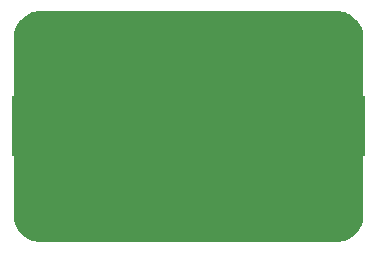
<source format=gbr>
%TF.GenerationSoftware,KiCad,Pcbnew,6.0.1-79c1e3a40b~116~ubuntu20.04.1*%
%TF.CreationDate,2022-01-29T00:58:04+01:00*%
%TF.ProjectId,filter,66696c74-6572-42e6-9b69-6361645f7063,rev?*%
%TF.SameCoordinates,Original*%
%TF.FileFunction,Copper,L2,Bot*%
%TF.FilePolarity,Positive*%
%FSLAX46Y46*%
G04 Gerber Fmt 4.6, Leading zero omitted, Abs format (unit mm)*
G04 Created by KiCad (PCBNEW 6.0.1-79c1e3a40b~116~ubuntu20.04.1) date 2022-01-29 00:58:04*
%MOMM*%
%LPD*%
G01*
G04 APERTURE LIST*
%TA.AperFunction,ComponentPad*%
%ADD10C,3.400000*%
%TD*%
%TA.AperFunction,ComponentPad*%
%ADD11C,0.800000*%
%TD*%
%TA.AperFunction,SMDPad,CuDef*%
%ADD12R,3.000000X5.200000*%
%TD*%
%TA.AperFunction,ViaPad*%
%ADD13C,0.800000*%
%TD*%
G04 APERTURE END LIST*
D10*
%TO.P,H8,1,1*%
%TO.N,GND*%
X125000000Y-70000000D03*
%TD*%
%TO.P,H7,1,1*%
%TO.N,GND*%
X125000000Y-55000000D03*
%TD*%
D11*
%TO.P,J2,2,Pin_2*%
%TO.N,GND*%
X109500000Y-61000000D03*
X108500000Y-60900000D03*
X108000000Y-63500000D03*
X110000000Y-63500000D03*
X108000000Y-61500000D03*
D12*
X109000000Y-62500000D03*
D11*
X109500000Y-64000000D03*
X108500000Y-64000000D03*
X109000000Y-63500000D03*
X110000000Y-61500000D03*
X109000000Y-61500000D03*
%TD*%
%TO.P,J1,2,Pin_2*%
%TO.N,GND*%
X135500000Y-64000000D03*
X136500000Y-64100000D03*
X137000000Y-61500000D03*
X135000000Y-61500000D03*
X137000000Y-63500000D03*
D12*
X136000000Y-62500000D03*
D11*
X135500000Y-61000000D03*
X136500000Y-61000000D03*
X136000000Y-61500000D03*
X135000000Y-63500000D03*
X136000000Y-63500000D03*
%TD*%
D10*
%TO.P,H6,1,1*%
%TO.N,GND*%
X120000000Y-70000000D03*
%TD*%
%TO.P,H5,1,1*%
%TO.N,GND*%
X110000000Y-55000000D03*
%TD*%
%TO.P,H4,1,1*%
%TO.N,GND*%
X135000000Y-55000000D03*
%TD*%
%TO.P,H3,1,1*%
%TO.N,GND*%
X120000000Y-55000000D03*
%TD*%
%TO.P,H2,1,1*%
%TO.N,GND*%
X135000000Y-70000000D03*
%TD*%
%TO.P,H1,1,1*%
%TO.N,GND*%
X110000000Y-70000000D03*
%TD*%
D13*
%TO.N,GND*%
X135000000Y-67500000D03*
X132500000Y-70000000D03*
X127500000Y-70000000D03*
X130000000Y-67500000D03*
X132500000Y-67500000D03*
X132500000Y-65000000D03*
X127500000Y-65000000D03*
X127500000Y-67500000D03*
X125000000Y-67500000D03*
X120000000Y-67500000D03*
X112500000Y-70000000D03*
X117500000Y-70000000D03*
X115000000Y-67500000D03*
X110000000Y-67500000D03*
X112500000Y-67500000D03*
X112500000Y-65000000D03*
X117500000Y-65000000D03*
X117500000Y-60000000D03*
X112500000Y-60000000D03*
X110000000Y-57500000D03*
X112500000Y-57500000D03*
X112500000Y-55000000D03*
X117500000Y-55000000D03*
X117500000Y-57500000D03*
X115000000Y-57500000D03*
X120000000Y-57500000D03*
X125000000Y-57500000D03*
X135000000Y-57500000D03*
X127500000Y-55000000D03*
X132500000Y-55000000D03*
X127500000Y-57500000D03*
X127500000Y-60000000D03*
X132500000Y-60000000D03*
X132500000Y-57500000D03*
X130000000Y-57500000D03*
X110000000Y-65000000D03*
X115000000Y-65000000D03*
X130000000Y-70000000D03*
X130000000Y-65000000D03*
X135000000Y-65000000D03*
X135000000Y-60000000D03*
X130000000Y-55000000D03*
X130000000Y-60000000D03*
X125000000Y-60000000D03*
X120000000Y-60000000D03*
X110000000Y-60000000D03*
X115000000Y-60000000D03*
X115000000Y-55000000D03*
X123500000Y-57000000D03*
X123500000Y-58000000D03*
X123500000Y-59000000D03*
X121500000Y-57000000D03*
X121500000Y-58000000D03*
X121500000Y-59000000D03*
X121500000Y-60000000D03*
X123500000Y-60000000D03*
X123500000Y-68000000D03*
X123500000Y-67000000D03*
X121500000Y-68000000D03*
X121500000Y-67000000D03*
X122500000Y-71000000D03*
X122500000Y-70000000D03*
X122500000Y-69000000D03*
X122500000Y-68000000D03*
X122500000Y-67000000D03*
X122500000Y-54000000D03*
X122500000Y-55000000D03*
X122500000Y-56000000D03*
X122500000Y-57000000D03*
X122500000Y-58000000D03*
X122500000Y-59000000D03*
X122500000Y-60000000D03*
X125500000Y-66000000D03*
X124500000Y-66000000D03*
X123500000Y-66000000D03*
X122500000Y-66000000D03*
X121500000Y-66000000D03*
X120500000Y-66000000D03*
X119500000Y-66000000D03*
X119500000Y-65000000D03*
X125500000Y-65000000D03*
X122500000Y-63000000D03*
X122500000Y-62000000D03*
X134500000Y-61000000D03*
X133500000Y-61000000D03*
X132500000Y-61000000D03*
X131500000Y-61000000D03*
X130500000Y-61000000D03*
X129500000Y-61000000D03*
X128500000Y-61000000D03*
X127500000Y-61000000D03*
X126500000Y-61000000D03*
X125500000Y-61000000D03*
X124500000Y-61000000D03*
X123500000Y-61000000D03*
X122500000Y-61000000D03*
X121500000Y-61000000D03*
X120500000Y-61000000D03*
X119500000Y-61000000D03*
X118500000Y-61000000D03*
X117500000Y-61000000D03*
X116500000Y-61000000D03*
X115500000Y-61000000D03*
X125500000Y-64000000D03*
X126500000Y-64000000D03*
X127500000Y-64000000D03*
X128500000Y-64000000D03*
X129500000Y-64000000D03*
X130500000Y-64000000D03*
X131500000Y-64000000D03*
X132500000Y-64000000D03*
X133500000Y-64000000D03*
X134500000Y-64000000D03*
X119500000Y-64000000D03*
X118500000Y-64000000D03*
X117500000Y-64000000D03*
X116500000Y-64000000D03*
X115500000Y-64000000D03*
X114500000Y-64000000D03*
X113500000Y-64000000D03*
X112500000Y-64000000D03*
X111500000Y-64000000D03*
X110500000Y-64000000D03*
X114500000Y-61000000D03*
X113500000Y-61000000D03*
X112500000Y-61000000D03*
X111500000Y-61000000D03*
X110500000Y-61000000D03*
%TD*%
%TA.AperFunction,Conductor*%
%TO.N,GND*%
G36*
X134988227Y-52702518D02*
G01*
X134999642Y-52705143D01*
X135010517Y-52702682D01*
X135021663Y-52702702D01*
X135021663Y-52702737D01*
X135031724Y-52701919D01*
X135271264Y-52716409D01*
X135283116Y-52717848D01*
X135544542Y-52765756D01*
X135556135Y-52768613D01*
X135761078Y-52832476D01*
X135809872Y-52847681D01*
X135821050Y-52851920D01*
X136063406Y-52960995D01*
X136073991Y-52966551D01*
X136301422Y-53104038D01*
X136311261Y-53110829D01*
X136520463Y-53274728D01*
X136529412Y-53282655D01*
X136717345Y-53470588D01*
X136725272Y-53479537D01*
X136889171Y-53688739D01*
X136895962Y-53698578D01*
X137033449Y-53926009D01*
X137039005Y-53936594D01*
X137148080Y-54178950D01*
X137152319Y-54190128D01*
X137231385Y-54443857D01*
X137234244Y-54455458D01*
X137282152Y-54716884D01*
X137283591Y-54728734D01*
X137283592Y-54728743D01*
X137298050Y-54967755D01*
X137297230Y-54977627D01*
X137297375Y-54977627D01*
X137297355Y-54988778D01*
X137294857Y-54999642D01*
X137297317Y-55010514D01*
X137297317Y-55010516D01*
X137297559Y-55011583D01*
X137300000Y-55033432D01*
X137300000Y-69966040D01*
X137297482Y-69988227D01*
X137294857Y-69999642D01*
X137297318Y-70010517D01*
X137297298Y-70021663D01*
X137297263Y-70021663D01*
X137298081Y-70031726D01*
X137283592Y-70271257D01*
X137282152Y-70283116D01*
X137278549Y-70302780D01*
X137234246Y-70544535D01*
X137231385Y-70556143D01*
X137152319Y-70809872D01*
X137148080Y-70821050D01*
X137039005Y-71063406D01*
X137033449Y-71073991D01*
X136895962Y-71301422D01*
X136889171Y-71311261D01*
X136725272Y-71520463D01*
X136717345Y-71529412D01*
X136529412Y-71717345D01*
X136520463Y-71725272D01*
X136311261Y-71889171D01*
X136301422Y-71895962D01*
X136073991Y-72033449D01*
X136063406Y-72039005D01*
X135821050Y-72148080D01*
X135809872Y-72152319D01*
X135556135Y-72231387D01*
X135544542Y-72234244D01*
X135283116Y-72282152D01*
X135271266Y-72283591D01*
X135032243Y-72298050D01*
X135022373Y-72297230D01*
X135022373Y-72297375D01*
X135011222Y-72297355D01*
X135000358Y-72294857D01*
X134989486Y-72297317D01*
X134989484Y-72297317D01*
X134988417Y-72297559D01*
X134966568Y-72300000D01*
X110033960Y-72300000D01*
X110011773Y-72297482D01*
X110000358Y-72294857D01*
X109989483Y-72297318D01*
X109978337Y-72297298D01*
X109978337Y-72297263D01*
X109968276Y-72298081D01*
X109728736Y-72283591D01*
X109716884Y-72282152D01*
X109455458Y-72234244D01*
X109443865Y-72231387D01*
X109190128Y-72152319D01*
X109178950Y-72148080D01*
X108936594Y-72039005D01*
X108926009Y-72033449D01*
X108698578Y-71895962D01*
X108688739Y-71889171D01*
X108479537Y-71725272D01*
X108470588Y-71717345D01*
X108282655Y-71529412D01*
X108274728Y-71520463D01*
X108110829Y-71311261D01*
X108104038Y-71301422D01*
X107966551Y-71073991D01*
X107960995Y-71063406D01*
X107851920Y-70821050D01*
X107847681Y-70809872D01*
X107768615Y-70556143D01*
X107765754Y-70544535D01*
X107717850Y-70283125D01*
X107717848Y-70283118D01*
X107716408Y-70271256D01*
X107701966Y-70032500D01*
X107703702Y-70011805D01*
X107703235Y-70011751D01*
X107703876Y-70006177D01*
X107705142Y-70000716D01*
X107705143Y-70000000D01*
X107702479Y-69988321D01*
X107700000Y-69966304D01*
X107700000Y-55034222D01*
X107702557Y-55011867D01*
X107703875Y-55006181D01*
X107705142Y-55000716D01*
X107705143Y-55000000D01*
X107703900Y-54994552D01*
X107703278Y-54988992D01*
X107703654Y-54988950D01*
X107701935Y-54968016D01*
X107716408Y-54728743D01*
X107716409Y-54728742D01*
X107716409Y-54728736D01*
X107717848Y-54716884D01*
X107765756Y-54455458D01*
X107768615Y-54443857D01*
X107847681Y-54190128D01*
X107851920Y-54178950D01*
X107960995Y-53936594D01*
X107966551Y-53926009D01*
X108104038Y-53698578D01*
X108110829Y-53688739D01*
X108274728Y-53479537D01*
X108282655Y-53470588D01*
X108470588Y-53282655D01*
X108479537Y-53274728D01*
X108688739Y-53110829D01*
X108698578Y-53104038D01*
X108926009Y-52966551D01*
X108936594Y-52960995D01*
X109178950Y-52851920D01*
X109190128Y-52847681D01*
X109238922Y-52832476D01*
X109443865Y-52768613D01*
X109455458Y-52765756D01*
X109716884Y-52717848D01*
X109728734Y-52716409D01*
X109967757Y-52701950D01*
X109977627Y-52702770D01*
X109977627Y-52702625D01*
X109988778Y-52702645D01*
X109999642Y-52705143D01*
X110010514Y-52702683D01*
X110010516Y-52702683D01*
X110011583Y-52702441D01*
X110033432Y-52700000D01*
X134966040Y-52700000D01*
X134988227Y-52702518D01*
G37*
%TD.AperFunction*%
%TD*%
M02*

</source>
